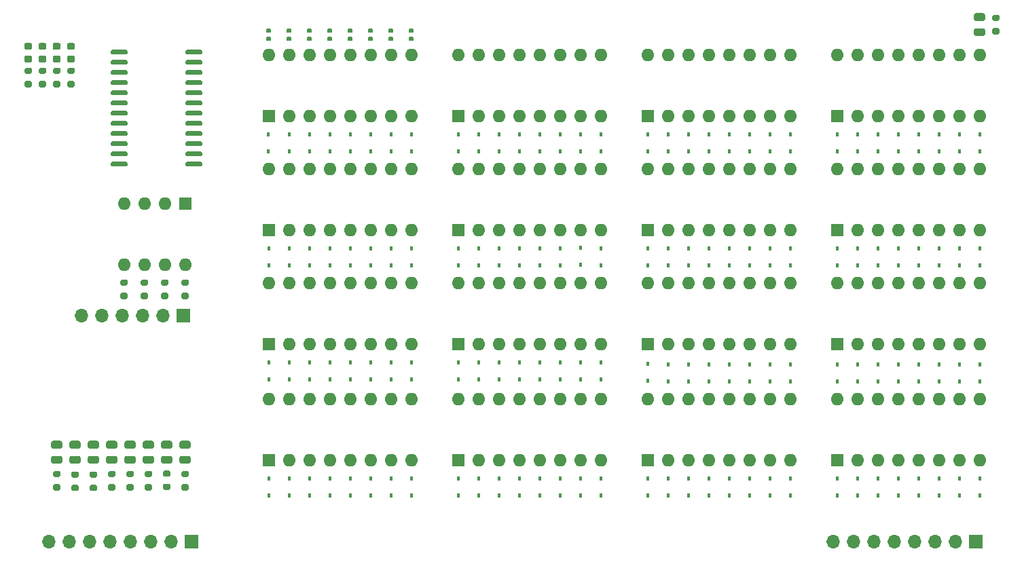
<source format=gbr>
%TF.GenerationSoftware,KiCad,Pcbnew,(5.1.10-1-10_14)*%
%TF.CreationDate,2021-09-24T12:04:47-04:00*%
%TF.ProjectId,DIODE-prog-memory,44494f44-452d-4707-926f-672d6d656d6f,rev?*%
%TF.SameCoordinates,Original*%
%TF.FileFunction,Soldermask,Top*%
%TF.FilePolarity,Negative*%
%FSLAX46Y46*%
G04 Gerber Fmt 4.6, Leading zero omitted, Abs format (unit mm)*
G04 Created by KiCad (PCBNEW (5.1.10-1-10_14)) date 2021-09-24 12:04:47*
%MOMM*%
%LPD*%
G01*
G04 APERTURE LIST*
%ADD10O,1.700000X1.700000*%
%ADD11R,1.700000X1.700000*%
%ADD12O,1.600000X1.600000*%
%ADD13R,1.600000X1.600000*%
%ADD14R,0.450000X0.600000*%
G04 APERTURE END LIST*
%TO.C,U31*%
G36*
G01*
X180319000Y-96691000D02*
X180869000Y-96691000D01*
G75*
G02*
X181069000Y-96891000I0J-200000D01*
G01*
X181069000Y-97291000D01*
G75*
G02*
X180869000Y-97491000I-200000J0D01*
G01*
X180319000Y-97491000D01*
G75*
G02*
X180119000Y-97291000I0J200000D01*
G01*
X180119000Y-96891000D01*
G75*
G02*
X180319000Y-96691000I200000J0D01*
G01*
G37*
G36*
G01*
X180319000Y-95041000D02*
X180869000Y-95041000D01*
G75*
G02*
X181069000Y-95241000I0J-200000D01*
G01*
X181069000Y-95641000D01*
G75*
G02*
X180869000Y-95841000I-200000J0D01*
G01*
X180319000Y-95841000D01*
G75*
G02*
X180119000Y-95641000I0J200000D01*
G01*
X180119000Y-95241000D01*
G75*
G02*
X180319000Y-95041000I200000J0D01*
G01*
G37*
%TD*%
%TO.C,U30*%
G36*
G01*
X179018250Y-95816000D02*
X178105750Y-95816000D01*
G75*
G02*
X177862000Y-95572250I0J243750D01*
G01*
X177862000Y-95084750D01*
G75*
G02*
X178105750Y-94841000I243750J0D01*
G01*
X179018250Y-94841000D01*
G75*
G02*
X179262000Y-95084750I0J-243750D01*
G01*
X179262000Y-95572250D01*
G75*
G02*
X179018250Y-95816000I-243750J0D01*
G01*
G37*
G36*
G01*
X179018250Y-97691000D02*
X178105750Y-97691000D01*
G75*
G02*
X177862000Y-97447250I0J243750D01*
G01*
X177862000Y-96959750D01*
G75*
G02*
X178105750Y-96716000I243750J0D01*
G01*
X179018250Y-96716000D01*
G75*
G02*
X179262000Y-96959750I0J-243750D01*
G01*
X179262000Y-97447250D01*
G75*
G02*
X179018250Y-97691000I-243750J0D01*
G01*
G37*
%TD*%
%TO.C,U29*%
G36*
G01*
X65534250Y-99418000D02*
X65021750Y-99418000D01*
G75*
G02*
X64803000Y-99199250I0J218750D01*
G01*
X64803000Y-98761750D01*
G75*
G02*
X65021750Y-98543000I218750J0D01*
G01*
X65534250Y-98543000D01*
G75*
G02*
X65753000Y-98761750I0J-218750D01*
G01*
X65753000Y-99199250D01*
G75*
G02*
X65534250Y-99418000I-218750J0D01*
G01*
G37*
G36*
G01*
X65534250Y-100993000D02*
X65021750Y-100993000D01*
G75*
G02*
X64803000Y-100774250I0J218750D01*
G01*
X64803000Y-100336750D01*
G75*
G02*
X65021750Y-100118000I218750J0D01*
G01*
X65534250Y-100118000D01*
G75*
G02*
X65753000Y-100336750I0J-218750D01*
G01*
X65753000Y-100774250D01*
G75*
G02*
X65534250Y-100993000I-218750J0D01*
G01*
G37*
%TD*%
%TO.C,U28*%
G36*
G01*
X63746250Y-99418000D02*
X63233750Y-99418000D01*
G75*
G02*
X63015000Y-99199250I0J218750D01*
G01*
X63015000Y-98761750D01*
G75*
G02*
X63233750Y-98543000I218750J0D01*
G01*
X63746250Y-98543000D01*
G75*
G02*
X63965000Y-98761750I0J-218750D01*
G01*
X63965000Y-99199250D01*
G75*
G02*
X63746250Y-99418000I-218750J0D01*
G01*
G37*
G36*
G01*
X63746250Y-100993000D02*
X63233750Y-100993000D01*
G75*
G02*
X63015000Y-100774250I0J218750D01*
G01*
X63015000Y-100336750D01*
G75*
G02*
X63233750Y-100118000I218750J0D01*
G01*
X63746250Y-100118000D01*
G75*
G02*
X63965000Y-100336750I0J-218750D01*
G01*
X63965000Y-100774250D01*
G75*
G02*
X63746250Y-100993000I-218750J0D01*
G01*
G37*
%TD*%
%TO.C,U27*%
G36*
G01*
X61978250Y-99418000D02*
X61465750Y-99418000D01*
G75*
G02*
X61247000Y-99199250I0J218750D01*
G01*
X61247000Y-98761750D01*
G75*
G02*
X61465750Y-98543000I218750J0D01*
G01*
X61978250Y-98543000D01*
G75*
G02*
X62197000Y-98761750I0J-218750D01*
G01*
X62197000Y-99199250D01*
G75*
G02*
X61978250Y-99418000I-218750J0D01*
G01*
G37*
G36*
G01*
X61978250Y-100993000D02*
X61465750Y-100993000D01*
G75*
G02*
X61247000Y-100774250I0J218750D01*
G01*
X61247000Y-100336750D01*
G75*
G02*
X61465750Y-100118000I218750J0D01*
G01*
X61978250Y-100118000D01*
G75*
G02*
X62197000Y-100336750I0J-218750D01*
G01*
X62197000Y-100774250D01*
G75*
G02*
X61978250Y-100993000I-218750J0D01*
G01*
G37*
%TD*%
%TO.C,U26*%
G36*
G01*
X60200250Y-99418000D02*
X59687750Y-99418000D01*
G75*
G02*
X59469000Y-99199250I0J218750D01*
G01*
X59469000Y-98761750D01*
G75*
G02*
X59687750Y-98543000I218750J0D01*
G01*
X60200250Y-98543000D01*
G75*
G02*
X60419000Y-98761750I0J-218750D01*
G01*
X60419000Y-99199250D01*
G75*
G02*
X60200250Y-99418000I-218750J0D01*
G01*
G37*
G36*
G01*
X60200250Y-100993000D02*
X59687750Y-100993000D01*
G75*
G02*
X59469000Y-100774250I0J218750D01*
G01*
X59469000Y-100336750D01*
G75*
G02*
X59687750Y-100118000I218750J0D01*
G01*
X60200250Y-100118000D01*
G75*
G02*
X60419000Y-100336750I0J-218750D01*
G01*
X60419000Y-100774250D01*
G75*
G02*
X60200250Y-100993000I-218750J0D01*
G01*
G37*
%TD*%
%TO.C,U25*%
G36*
G01*
X65003000Y-103295000D02*
X65553000Y-103295000D01*
G75*
G02*
X65753000Y-103495000I0J-200000D01*
G01*
X65753000Y-103895000D01*
G75*
G02*
X65553000Y-104095000I-200000J0D01*
G01*
X65003000Y-104095000D01*
G75*
G02*
X64803000Y-103895000I0J200000D01*
G01*
X64803000Y-103495000D01*
G75*
G02*
X65003000Y-103295000I200000J0D01*
G01*
G37*
G36*
G01*
X65003000Y-101645000D02*
X65553000Y-101645000D01*
G75*
G02*
X65753000Y-101845000I0J-200000D01*
G01*
X65753000Y-102245000D01*
G75*
G02*
X65553000Y-102445000I-200000J0D01*
G01*
X65003000Y-102445000D01*
G75*
G02*
X64803000Y-102245000I0J200000D01*
G01*
X64803000Y-101845000D01*
G75*
G02*
X65003000Y-101645000I200000J0D01*
G01*
G37*
%TD*%
%TO.C,U24*%
G36*
G01*
X63225000Y-103295000D02*
X63775000Y-103295000D01*
G75*
G02*
X63975000Y-103495000I0J-200000D01*
G01*
X63975000Y-103895000D01*
G75*
G02*
X63775000Y-104095000I-200000J0D01*
G01*
X63225000Y-104095000D01*
G75*
G02*
X63025000Y-103895000I0J200000D01*
G01*
X63025000Y-103495000D01*
G75*
G02*
X63225000Y-103295000I200000J0D01*
G01*
G37*
G36*
G01*
X63225000Y-101645000D02*
X63775000Y-101645000D01*
G75*
G02*
X63975000Y-101845000I0J-200000D01*
G01*
X63975000Y-102245000D01*
G75*
G02*
X63775000Y-102445000I-200000J0D01*
G01*
X63225000Y-102445000D01*
G75*
G02*
X63025000Y-102245000I0J200000D01*
G01*
X63025000Y-101845000D01*
G75*
G02*
X63225000Y-101645000I200000J0D01*
G01*
G37*
%TD*%
%TO.C,U23*%
G36*
G01*
X61447000Y-103295000D02*
X61997000Y-103295000D01*
G75*
G02*
X62197000Y-103495000I0J-200000D01*
G01*
X62197000Y-103895000D01*
G75*
G02*
X61997000Y-104095000I-200000J0D01*
G01*
X61447000Y-104095000D01*
G75*
G02*
X61247000Y-103895000I0J200000D01*
G01*
X61247000Y-103495000D01*
G75*
G02*
X61447000Y-103295000I200000J0D01*
G01*
G37*
G36*
G01*
X61447000Y-101645000D02*
X61997000Y-101645000D01*
G75*
G02*
X62197000Y-101845000I0J-200000D01*
G01*
X62197000Y-102245000D01*
G75*
G02*
X61997000Y-102445000I-200000J0D01*
G01*
X61447000Y-102445000D01*
G75*
G02*
X61247000Y-102245000I0J200000D01*
G01*
X61247000Y-101845000D01*
G75*
G02*
X61447000Y-101645000I200000J0D01*
G01*
G37*
%TD*%
%TO.C,U22*%
G36*
G01*
X59669000Y-103295000D02*
X60219000Y-103295000D01*
G75*
G02*
X60419000Y-103495000I0J-200000D01*
G01*
X60419000Y-103895000D01*
G75*
G02*
X60219000Y-104095000I-200000J0D01*
G01*
X59669000Y-104095000D01*
G75*
G02*
X59469000Y-103895000I0J200000D01*
G01*
X59469000Y-103495000D01*
G75*
G02*
X59669000Y-103295000I200000J0D01*
G01*
G37*
G36*
G01*
X59669000Y-101645000D02*
X60219000Y-101645000D01*
G75*
G02*
X60419000Y-101845000I0J-200000D01*
G01*
X60419000Y-102245000D01*
G75*
G02*
X60219000Y-102445000I-200000J0D01*
G01*
X59669000Y-102445000D01*
G75*
G02*
X59469000Y-102245000I0J200000D01*
G01*
X59469000Y-101845000D01*
G75*
G02*
X59669000Y-101645000I200000J0D01*
G01*
G37*
%TD*%
%TO.C,R1*%
G36*
G01*
X89731000Y-97776000D02*
X90101000Y-97776000D01*
G75*
G02*
X90236000Y-97911000I0J-135000D01*
G01*
X90236000Y-98181000D01*
G75*
G02*
X90101000Y-98316000I-135000J0D01*
G01*
X89731000Y-98316000D01*
G75*
G02*
X89596000Y-98181000I0J135000D01*
G01*
X89596000Y-97911000D01*
G75*
G02*
X89731000Y-97776000I135000J0D01*
G01*
G37*
G36*
G01*
X89731000Y-96756000D02*
X90101000Y-96756000D01*
G75*
G02*
X90236000Y-96891000I0J-135000D01*
G01*
X90236000Y-97161000D01*
G75*
G02*
X90101000Y-97296000I-135000J0D01*
G01*
X89731000Y-97296000D01*
G75*
G02*
X89596000Y-97161000I0J135000D01*
G01*
X89596000Y-96891000D01*
G75*
G02*
X89731000Y-96756000I135000J0D01*
G01*
G37*
%TD*%
%TO.C,R8*%
G36*
G01*
X107511000Y-97776000D02*
X107881000Y-97776000D01*
G75*
G02*
X108016000Y-97911000I0J-135000D01*
G01*
X108016000Y-98181000D01*
G75*
G02*
X107881000Y-98316000I-135000J0D01*
G01*
X107511000Y-98316000D01*
G75*
G02*
X107376000Y-98181000I0J135000D01*
G01*
X107376000Y-97911000D01*
G75*
G02*
X107511000Y-97776000I135000J0D01*
G01*
G37*
G36*
G01*
X107511000Y-96756000D02*
X107881000Y-96756000D01*
G75*
G02*
X108016000Y-96891000I0J-135000D01*
G01*
X108016000Y-97161000D01*
G75*
G02*
X107881000Y-97296000I-135000J0D01*
G01*
X107511000Y-97296000D01*
G75*
G02*
X107376000Y-97161000I0J135000D01*
G01*
X107376000Y-96891000D01*
G75*
G02*
X107511000Y-96756000I135000J0D01*
G01*
G37*
%TD*%
%TO.C,R7*%
G36*
G01*
X104971000Y-97776000D02*
X105341000Y-97776000D01*
G75*
G02*
X105476000Y-97911000I0J-135000D01*
G01*
X105476000Y-98181000D01*
G75*
G02*
X105341000Y-98316000I-135000J0D01*
G01*
X104971000Y-98316000D01*
G75*
G02*
X104836000Y-98181000I0J135000D01*
G01*
X104836000Y-97911000D01*
G75*
G02*
X104971000Y-97776000I135000J0D01*
G01*
G37*
G36*
G01*
X104971000Y-96756000D02*
X105341000Y-96756000D01*
G75*
G02*
X105476000Y-96891000I0J-135000D01*
G01*
X105476000Y-97161000D01*
G75*
G02*
X105341000Y-97296000I-135000J0D01*
G01*
X104971000Y-97296000D01*
G75*
G02*
X104836000Y-97161000I0J135000D01*
G01*
X104836000Y-96891000D01*
G75*
G02*
X104971000Y-96756000I135000J0D01*
G01*
G37*
%TD*%
%TO.C,R6*%
G36*
G01*
X102431000Y-97776000D02*
X102801000Y-97776000D01*
G75*
G02*
X102936000Y-97911000I0J-135000D01*
G01*
X102936000Y-98181000D01*
G75*
G02*
X102801000Y-98316000I-135000J0D01*
G01*
X102431000Y-98316000D01*
G75*
G02*
X102296000Y-98181000I0J135000D01*
G01*
X102296000Y-97911000D01*
G75*
G02*
X102431000Y-97776000I135000J0D01*
G01*
G37*
G36*
G01*
X102431000Y-96756000D02*
X102801000Y-96756000D01*
G75*
G02*
X102936000Y-96891000I0J-135000D01*
G01*
X102936000Y-97161000D01*
G75*
G02*
X102801000Y-97296000I-135000J0D01*
G01*
X102431000Y-97296000D01*
G75*
G02*
X102296000Y-97161000I0J135000D01*
G01*
X102296000Y-96891000D01*
G75*
G02*
X102431000Y-96756000I135000J0D01*
G01*
G37*
%TD*%
%TO.C,R5*%
G36*
G01*
X99891000Y-97776000D02*
X100261000Y-97776000D01*
G75*
G02*
X100396000Y-97911000I0J-135000D01*
G01*
X100396000Y-98181000D01*
G75*
G02*
X100261000Y-98316000I-135000J0D01*
G01*
X99891000Y-98316000D01*
G75*
G02*
X99756000Y-98181000I0J135000D01*
G01*
X99756000Y-97911000D01*
G75*
G02*
X99891000Y-97776000I135000J0D01*
G01*
G37*
G36*
G01*
X99891000Y-96756000D02*
X100261000Y-96756000D01*
G75*
G02*
X100396000Y-96891000I0J-135000D01*
G01*
X100396000Y-97161000D01*
G75*
G02*
X100261000Y-97296000I-135000J0D01*
G01*
X99891000Y-97296000D01*
G75*
G02*
X99756000Y-97161000I0J135000D01*
G01*
X99756000Y-96891000D01*
G75*
G02*
X99891000Y-96756000I135000J0D01*
G01*
G37*
%TD*%
%TO.C,R4*%
G36*
G01*
X97351000Y-97778000D02*
X97721000Y-97778000D01*
G75*
G02*
X97856000Y-97913000I0J-135000D01*
G01*
X97856000Y-98183000D01*
G75*
G02*
X97721000Y-98318000I-135000J0D01*
G01*
X97351000Y-98318000D01*
G75*
G02*
X97216000Y-98183000I0J135000D01*
G01*
X97216000Y-97913000D01*
G75*
G02*
X97351000Y-97778000I135000J0D01*
G01*
G37*
G36*
G01*
X97351000Y-96758000D02*
X97721000Y-96758000D01*
G75*
G02*
X97856000Y-96893000I0J-135000D01*
G01*
X97856000Y-97163000D01*
G75*
G02*
X97721000Y-97298000I-135000J0D01*
G01*
X97351000Y-97298000D01*
G75*
G02*
X97216000Y-97163000I0J135000D01*
G01*
X97216000Y-96893000D01*
G75*
G02*
X97351000Y-96758000I135000J0D01*
G01*
G37*
%TD*%
%TO.C,R3*%
G36*
G01*
X94811000Y-97774000D02*
X95181000Y-97774000D01*
G75*
G02*
X95316000Y-97909000I0J-135000D01*
G01*
X95316000Y-98179000D01*
G75*
G02*
X95181000Y-98314000I-135000J0D01*
G01*
X94811000Y-98314000D01*
G75*
G02*
X94676000Y-98179000I0J135000D01*
G01*
X94676000Y-97909000D01*
G75*
G02*
X94811000Y-97774000I135000J0D01*
G01*
G37*
G36*
G01*
X94811000Y-96754000D02*
X95181000Y-96754000D01*
G75*
G02*
X95316000Y-96889000I0J-135000D01*
G01*
X95316000Y-97159000D01*
G75*
G02*
X95181000Y-97294000I-135000J0D01*
G01*
X94811000Y-97294000D01*
G75*
G02*
X94676000Y-97159000I0J135000D01*
G01*
X94676000Y-96889000D01*
G75*
G02*
X94811000Y-96754000I135000J0D01*
G01*
G37*
%TD*%
%TO.C,R2*%
G36*
G01*
X92271000Y-97774000D02*
X92641000Y-97774000D01*
G75*
G02*
X92776000Y-97909000I0J-135000D01*
G01*
X92776000Y-98179000D01*
G75*
G02*
X92641000Y-98314000I-135000J0D01*
G01*
X92271000Y-98314000D01*
G75*
G02*
X92136000Y-98179000I0J135000D01*
G01*
X92136000Y-97909000D01*
G75*
G02*
X92271000Y-97774000I135000J0D01*
G01*
G37*
G36*
G01*
X92271000Y-96754000D02*
X92641000Y-96754000D01*
G75*
G02*
X92776000Y-96889000I0J-135000D01*
G01*
X92776000Y-97159000D01*
G75*
G02*
X92641000Y-97294000I-135000J0D01*
G01*
X92271000Y-97294000D01*
G75*
G02*
X92136000Y-97159000I0J135000D01*
G01*
X92136000Y-96889000D01*
G75*
G02*
X92271000Y-96754000I135000J0D01*
G01*
G37*
%TD*%
%TO.C,U21*%
G36*
G01*
X63225000Y-153587000D02*
X63775000Y-153587000D01*
G75*
G02*
X63975000Y-153787000I0J-200000D01*
G01*
X63975000Y-154187000D01*
G75*
G02*
X63775000Y-154387000I-200000J0D01*
G01*
X63225000Y-154387000D01*
G75*
G02*
X63025000Y-154187000I0J200000D01*
G01*
X63025000Y-153787000D01*
G75*
G02*
X63225000Y-153587000I200000J0D01*
G01*
G37*
G36*
G01*
X63225000Y-151937000D02*
X63775000Y-151937000D01*
G75*
G02*
X63975000Y-152137000I0J-200000D01*
G01*
X63975000Y-152537000D01*
G75*
G02*
X63775000Y-152737000I-200000J0D01*
G01*
X63225000Y-152737000D01*
G75*
G02*
X63025000Y-152537000I0J200000D01*
G01*
X63025000Y-152137000D01*
G75*
G02*
X63225000Y-151937000I200000J0D01*
G01*
G37*
%TD*%
%TO.C,U20*%
G36*
G01*
X63956250Y-149156000D02*
X63043750Y-149156000D01*
G75*
G02*
X62800000Y-148912250I0J243750D01*
G01*
X62800000Y-148424750D01*
G75*
G02*
X63043750Y-148181000I243750J0D01*
G01*
X63956250Y-148181000D01*
G75*
G02*
X64200000Y-148424750I0J-243750D01*
G01*
X64200000Y-148912250D01*
G75*
G02*
X63956250Y-149156000I-243750J0D01*
G01*
G37*
G36*
G01*
X63956250Y-151031000D02*
X63043750Y-151031000D01*
G75*
G02*
X62800000Y-150787250I0J243750D01*
G01*
X62800000Y-150299750D01*
G75*
G02*
X63043750Y-150056000I243750J0D01*
G01*
X63956250Y-150056000D01*
G75*
G02*
X64200000Y-150299750I0J-243750D01*
G01*
X64200000Y-150787250D01*
G75*
G02*
X63956250Y-151031000I-243750J0D01*
G01*
G37*
%TD*%
%TO.C,U19*%
G36*
G01*
X65511000Y-153650000D02*
X66061000Y-153650000D01*
G75*
G02*
X66261000Y-153850000I0J-200000D01*
G01*
X66261000Y-154250000D01*
G75*
G02*
X66061000Y-154450000I-200000J0D01*
G01*
X65511000Y-154450000D01*
G75*
G02*
X65311000Y-154250000I0J200000D01*
G01*
X65311000Y-153850000D01*
G75*
G02*
X65511000Y-153650000I200000J0D01*
G01*
G37*
G36*
G01*
X65511000Y-152000000D02*
X66061000Y-152000000D01*
G75*
G02*
X66261000Y-152200000I0J-200000D01*
G01*
X66261000Y-152600000D01*
G75*
G02*
X66061000Y-152800000I-200000J0D01*
G01*
X65511000Y-152800000D01*
G75*
G02*
X65311000Y-152600000I0J200000D01*
G01*
X65311000Y-152200000D01*
G75*
G02*
X65511000Y-152000000I200000J0D01*
G01*
G37*
%TD*%
%TO.C,U18*%
G36*
G01*
X66242250Y-149156000D02*
X65329750Y-149156000D01*
G75*
G02*
X65086000Y-148912250I0J243750D01*
G01*
X65086000Y-148424750D01*
G75*
G02*
X65329750Y-148181000I243750J0D01*
G01*
X66242250Y-148181000D01*
G75*
G02*
X66486000Y-148424750I0J-243750D01*
G01*
X66486000Y-148912250D01*
G75*
G02*
X66242250Y-149156000I-243750J0D01*
G01*
G37*
G36*
G01*
X66242250Y-151031000D02*
X65329750Y-151031000D01*
G75*
G02*
X65086000Y-150787250I0J243750D01*
G01*
X65086000Y-150299750D01*
G75*
G02*
X65329750Y-150056000I243750J0D01*
G01*
X66242250Y-150056000D01*
G75*
G02*
X66486000Y-150299750I0J-243750D01*
G01*
X66486000Y-150787250D01*
G75*
G02*
X66242250Y-151031000I-243750J0D01*
G01*
G37*
%TD*%
%TO.C,U17*%
G36*
G01*
X67797000Y-153650000D02*
X68347000Y-153650000D01*
G75*
G02*
X68547000Y-153850000I0J-200000D01*
G01*
X68547000Y-154250000D01*
G75*
G02*
X68347000Y-154450000I-200000J0D01*
G01*
X67797000Y-154450000D01*
G75*
G02*
X67597000Y-154250000I0J200000D01*
G01*
X67597000Y-153850000D01*
G75*
G02*
X67797000Y-153650000I200000J0D01*
G01*
G37*
G36*
G01*
X67797000Y-152000000D02*
X68347000Y-152000000D01*
G75*
G02*
X68547000Y-152200000I0J-200000D01*
G01*
X68547000Y-152600000D01*
G75*
G02*
X68347000Y-152800000I-200000J0D01*
G01*
X67797000Y-152800000D01*
G75*
G02*
X67597000Y-152600000I0J200000D01*
G01*
X67597000Y-152200000D01*
G75*
G02*
X67797000Y-152000000I200000J0D01*
G01*
G37*
%TD*%
%TO.C,U16*%
G36*
G01*
X68528250Y-149156000D02*
X67615750Y-149156000D01*
G75*
G02*
X67372000Y-148912250I0J243750D01*
G01*
X67372000Y-148424750D01*
G75*
G02*
X67615750Y-148181000I243750J0D01*
G01*
X68528250Y-148181000D01*
G75*
G02*
X68772000Y-148424750I0J-243750D01*
G01*
X68772000Y-148912250D01*
G75*
G02*
X68528250Y-149156000I-243750J0D01*
G01*
G37*
G36*
G01*
X68528250Y-151031000D02*
X67615750Y-151031000D01*
G75*
G02*
X67372000Y-150787250I0J243750D01*
G01*
X67372000Y-150299750D01*
G75*
G02*
X67615750Y-150056000I243750J0D01*
G01*
X68528250Y-150056000D01*
G75*
G02*
X68772000Y-150299750I0J-243750D01*
G01*
X68772000Y-150787250D01*
G75*
G02*
X68528250Y-151031000I-243750J0D01*
G01*
G37*
%TD*%
%TO.C,U15*%
G36*
G01*
X70083000Y-153587000D02*
X70633000Y-153587000D01*
G75*
G02*
X70833000Y-153787000I0J-200000D01*
G01*
X70833000Y-154187000D01*
G75*
G02*
X70633000Y-154387000I-200000J0D01*
G01*
X70083000Y-154387000D01*
G75*
G02*
X69883000Y-154187000I0J200000D01*
G01*
X69883000Y-153787000D01*
G75*
G02*
X70083000Y-153587000I200000J0D01*
G01*
G37*
G36*
G01*
X70083000Y-151937000D02*
X70633000Y-151937000D01*
G75*
G02*
X70833000Y-152137000I0J-200000D01*
G01*
X70833000Y-152537000D01*
G75*
G02*
X70633000Y-152737000I-200000J0D01*
G01*
X70083000Y-152737000D01*
G75*
G02*
X69883000Y-152537000I0J200000D01*
G01*
X69883000Y-152137000D01*
G75*
G02*
X70083000Y-151937000I200000J0D01*
G01*
G37*
%TD*%
%TO.C,U14*%
G36*
G01*
X70814250Y-149156000D02*
X69901750Y-149156000D01*
G75*
G02*
X69658000Y-148912250I0J243750D01*
G01*
X69658000Y-148424750D01*
G75*
G02*
X69901750Y-148181000I243750J0D01*
G01*
X70814250Y-148181000D01*
G75*
G02*
X71058000Y-148424750I0J-243750D01*
G01*
X71058000Y-148912250D01*
G75*
G02*
X70814250Y-149156000I-243750J0D01*
G01*
G37*
G36*
G01*
X70814250Y-151031000D02*
X69901750Y-151031000D01*
G75*
G02*
X69658000Y-150787250I0J243750D01*
G01*
X69658000Y-150299750D01*
G75*
G02*
X69901750Y-150056000I243750J0D01*
G01*
X70814250Y-150056000D01*
G75*
G02*
X71058000Y-150299750I0J-243750D01*
G01*
X71058000Y-150787250D01*
G75*
G02*
X70814250Y-151031000I-243750J0D01*
G01*
G37*
%TD*%
%TO.C,U13*%
G36*
G01*
X72369000Y-153587000D02*
X72919000Y-153587000D01*
G75*
G02*
X73119000Y-153787000I0J-200000D01*
G01*
X73119000Y-154187000D01*
G75*
G02*
X72919000Y-154387000I-200000J0D01*
G01*
X72369000Y-154387000D01*
G75*
G02*
X72169000Y-154187000I0J200000D01*
G01*
X72169000Y-153787000D01*
G75*
G02*
X72369000Y-153587000I200000J0D01*
G01*
G37*
G36*
G01*
X72369000Y-151937000D02*
X72919000Y-151937000D01*
G75*
G02*
X73119000Y-152137000I0J-200000D01*
G01*
X73119000Y-152537000D01*
G75*
G02*
X72919000Y-152737000I-200000J0D01*
G01*
X72369000Y-152737000D01*
G75*
G02*
X72169000Y-152537000I0J200000D01*
G01*
X72169000Y-152137000D01*
G75*
G02*
X72369000Y-151937000I200000J0D01*
G01*
G37*
%TD*%
%TO.C,U12*%
G36*
G01*
X73100250Y-149156000D02*
X72187750Y-149156000D01*
G75*
G02*
X71944000Y-148912250I0J243750D01*
G01*
X71944000Y-148424750D01*
G75*
G02*
X72187750Y-148181000I243750J0D01*
G01*
X73100250Y-148181000D01*
G75*
G02*
X73344000Y-148424750I0J-243750D01*
G01*
X73344000Y-148912250D01*
G75*
G02*
X73100250Y-149156000I-243750J0D01*
G01*
G37*
G36*
G01*
X73100250Y-151031000D02*
X72187750Y-151031000D01*
G75*
G02*
X71944000Y-150787250I0J243750D01*
G01*
X71944000Y-150299750D01*
G75*
G02*
X72187750Y-150056000I243750J0D01*
G01*
X73100250Y-150056000D01*
G75*
G02*
X73344000Y-150299750I0J-243750D01*
G01*
X73344000Y-150787250D01*
G75*
G02*
X73100250Y-151031000I-243750J0D01*
G01*
G37*
%TD*%
%TO.C,U11*%
G36*
G01*
X74655000Y-153587000D02*
X75205000Y-153587000D01*
G75*
G02*
X75405000Y-153787000I0J-200000D01*
G01*
X75405000Y-154187000D01*
G75*
G02*
X75205000Y-154387000I-200000J0D01*
G01*
X74655000Y-154387000D01*
G75*
G02*
X74455000Y-154187000I0J200000D01*
G01*
X74455000Y-153787000D01*
G75*
G02*
X74655000Y-153587000I200000J0D01*
G01*
G37*
G36*
G01*
X74655000Y-151937000D02*
X75205000Y-151937000D01*
G75*
G02*
X75405000Y-152137000I0J-200000D01*
G01*
X75405000Y-152537000D01*
G75*
G02*
X75205000Y-152737000I-200000J0D01*
G01*
X74655000Y-152737000D01*
G75*
G02*
X74455000Y-152537000I0J200000D01*
G01*
X74455000Y-152137000D01*
G75*
G02*
X74655000Y-151937000I200000J0D01*
G01*
G37*
%TD*%
%TO.C,U10*%
G36*
G01*
X75386250Y-149156000D02*
X74473750Y-149156000D01*
G75*
G02*
X74230000Y-148912250I0J243750D01*
G01*
X74230000Y-148424750D01*
G75*
G02*
X74473750Y-148181000I243750J0D01*
G01*
X75386250Y-148181000D01*
G75*
G02*
X75630000Y-148424750I0J-243750D01*
G01*
X75630000Y-148912250D01*
G75*
G02*
X75386250Y-149156000I-243750J0D01*
G01*
G37*
G36*
G01*
X75386250Y-151031000D02*
X74473750Y-151031000D01*
G75*
G02*
X74230000Y-150787250I0J243750D01*
G01*
X74230000Y-150299750D01*
G75*
G02*
X74473750Y-150056000I243750J0D01*
G01*
X75386250Y-150056000D01*
G75*
G02*
X75630000Y-150299750I0J-243750D01*
G01*
X75630000Y-150787250D01*
G75*
G02*
X75386250Y-151031000I-243750J0D01*
G01*
G37*
%TD*%
%TO.C,U9*%
G36*
G01*
X76941000Y-153524000D02*
X77491000Y-153524000D01*
G75*
G02*
X77691000Y-153724000I0J-200000D01*
G01*
X77691000Y-154124000D01*
G75*
G02*
X77491000Y-154324000I-200000J0D01*
G01*
X76941000Y-154324000D01*
G75*
G02*
X76741000Y-154124000I0J200000D01*
G01*
X76741000Y-153724000D01*
G75*
G02*
X76941000Y-153524000I200000J0D01*
G01*
G37*
G36*
G01*
X76941000Y-151874000D02*
X77491000Y-151874000D01*
G75*
G02*
X77691000Y-152074000I0J-200000D01*
G01*
X77691000Y-152474000D01*
G75*
G02*
X77491000Y-152674000I-200000J0D01*
G01*
X76941000Y-152674000D01*
G75*
G02*
X76741000Y-152474000I0J200000D01*
G01*
X76741000Y-152074000D01*
G75*
G02*
X76941000Y-151874000I200000J0D01*
G01*
G37*
%TD*%
%TO.C,U8*%
G36*
G01*
X77672250Y-149156000D02*
X76759750Y-149156000D01*
G75*
G02*
X76516000Y-148912250I0J243750D01*
G01*
X76516000Y-148424750D01*
G75*
G02*
X76759750Y-148181000I243750J0D01*
G01*
X77672250Y-148181000D01*
G75*
G02*
X77916000Y-148424750I0J-243750D01*
G01*
X77916000Y-148912250D01*
G75*
G02*
X77672250Y-149156000I-243750J0D01*
G01*
G37*
G36*
G01*
X77672250Y-151031000D02*
X76759750Y-151031000D01*
G75*
G02*
X76516000Y-150787250I0J243750D01*
G01*
X76516000Y-150299750D01*
G75*
G02*
X76759750Y-150056000I243750J0D01*
G01*
X77672250Y-150056000D01*
G75*
G02*
X77916000Y-150299750I0J-243750D01*
G01*
X77916000Y-150787250D01*
G75*
G02*
X77672250Y-151031000I-243750J0D01*
G01*
G37*
%TD*%
%TO.C,U7*%
G36*
G01*
X79227000Y-153587000D02*
X79777000Y-153587000D01*
G75*
G02*
X79977000Y-153787000I0J-200000D01*
G01*
X79977000Y-154187000D01*
G75*
G02*
X79777000Y-154387000I-200000J0D01*
G01*
X79227000Y-154387000D01*
G75*
G02*
X79027000Y-154187000I0J200000D01*
G01*
X79027000Y-153787000D01*
G75*
G02*
X79227000Y-153587000I200000J0D01*
G01*
G37*
G36*
G01*
X79227000Y-151937000D02*
X79777000Y-151937000D01*
G75*
G02*
X79977000Y-152137000I0J-200000D01*
G01*
X79977000Y-152537000D01*
G75*
G02*
X79777000Y-152737000I-200000J0D01*
G01*
X79227000Y-152737000D01*
G75*
G02*
X79027000Y-152537000I0J200000D01*
G01*
X79027000Y-152137000D01*
G75*
G02*
X79227000Y-151937000I200000J0D01*
G01*
G37*
%TD*%
%TO.C,U6*%
G36*
G01*
X79958250Y-149156000D02*
X79045750Y-149156000D01*
G75*
G02*
X78802000Y-148912250I0J243750D01*
G01*
X78802000Y-148424750D01*
G75*
G02*
X79045750Y-148181000I243750J0D01*
G01*
X79958250Y-148181000D01*
G75*
G02*
X80202000Y-148424750I0J-243750D01*
G01*
X80202000Y-148912250D01*
G75*
G02*
X79958250Y-149156000I-243750J0D01*
G01*
G37*
G36*
G01*
X79958250Y-151031000D02*
X79045750Y-151031000D01*
G75*
G02*
X78802000Y-150787250I0J243750D01*
G01*
X78802000Y-150299750D01*
G75*
G02*
X79045750Y-150056000I243750J0D01*
G01*
X79958250Y-150056000D01*
G75*
G02*
X80202000Y-150299750I0J-243750D01*
G01*
X80202000Y-150787250D01*
G75*
G02*
X79958250Y-151031000I-243750J0D01*
G01*
G37*
%TD*%
D10*
%TO.C,J3*%
X66548000Y-132588000D03*
X69088000Y-132588000D03*
X71628000Y-132588000D03*
X74168000Y-132588000D03*
X76708000Y-132588000D03*
D11*
X79248000Y-132588000D03*
%TD*%
D10*
%TO.C,J2*%
X160274000Y-160782000D03*
X162814000Y-160782000D03*
X165354000Y-160782000D03*
X167894000Y-160782000D03*
X170434000Y-160782000D03*
X172974000Y-160782000D03*
X175514000Y-160782000D03*
D11*
X178054000Y-160782000D03*
%TD*%
D10*
%TO.C,J1*%
X62484000Y-160782000D03*
X65024000Y-160782000D03*
X67564000Y-160782000D03*
X70104000Y-160782000D03*
X72644000Y-160782000D03*
X75184000Y-160782000D03*
X77724000Y-160782000D03*
D11*
X80264000Y-160782000D03*
%TD*%
D12*
%TO.C,SW11*%
X137160000Y-100076000D03*
X154940000Y-107696000D03*
X139700000Y-100076000D03*
X152400000Y-107696000D03*
X142240000Y-100076000D03*
X149860000Y-107696000D03*
X144780000Y-100076000D03*
X147320000Y-107696000D03*
X147320000Y-100076000D03*
X144780000Y-107696000D03*
X149860000Y-100076000D03*
X142240000Y-107696000D03*
X152400000Y-100076000D03*
X139700000Y-107696000D03*
X154940000Y-100076000D03*
D13*
X137160000Y-107696000D03*
%TD*%
D12*
%TO.C,SW17*%
X137160000Y-143002000D03*
X154940000Y-150622000D03*
X139700000Y-143002000D03*
X152400000Y-150622000D03*
X142240000Y-143002000D03*
X149860000Y-150622000D03*
X144780000Y-143002000D03*
X147320000Y-150622000D03*
X147320000Y-143002000D03*
X144780000Y-150622000D03*
X149860000Y-143002000D03*
X142240000Y-150622000D03*
X152400000Y-143002000D03*
X139700000Y-150622000D03*
X154940000Y-143002000D03*
D13*
X137160000Y-150622000D03*
%TD*%
D12*
%TO.C,SW16*%
X137160000Y-128524000D03*
X154940000Y-136144000D03*
X139700000Y-128524000D03*
X152400000Y-136144000D03*
X142240000Y-128524000D03*
X149860000Y-136144000D03*
X144780000Y-128524000D03*
X147320000Y-136144000D03*
X147320000Y-128524000D03*
X144780000Y-136144000D03*
X149860000Y-128524000D03*
X142240000Y-136144000D03*
X152400000Y-128524000D03*
X139700000Y-136144000D03*
X154940000Y-128524000D03*
D13*
X137160000Y-136144000D03*
%TD*%
D12*
%TO.C,SW15*%
X160782000Y-143002000D03*
X178562000Y-150622000D03*
X163322000Y-143002000D03*
X176022000Y-150622000D03*
X165862000Y-143002000D03*
X173482000Y-150622000D03*
X168402000Y-143002000D03*
X170942000Y-150622000D03*
X170942000Y-143002000D03*
X168402000Y-150622000D03*
X173482000Y-143002000D03*
X165862000Y-150622000D03*
X176022000Y-143002000D03*
X163322000Y-150622000D03*
X178562000Y-143002000D03*
D13*
X160782000Y-150622000D03*
%TD*%
D12*
%TO.C,SW14*%
X160782000Y-128524000D03*
X178562000Y-136144000D03*
X163322000Y-128524000D03*
X176022000Y-136144000D03*
X165862000Y-128524000D03*
X173482000Y-136144000D03*
X168402000Y-128524000D03*
X170942000Y-136144000D03*
X170942000Y-128524000D03*
X168402000Y-136144000D03*
X173482000Y-128524000D03*
X165862000Y-136144000D03*
X176022000Y-128524000D03*
X163322000Y-136144000D03*
X178562000Y-128524000D03*
D13*
X160782000Y-136144000D03*
%TD*%
D14*
%TO.C,D128*%
X137160000Y-152874000D03*
X137160000Y-154974000D03*
%TD*%
%TO.C,D127*%
X137160000Y-138616000D03*
X137160000Y-140716000D03*
%TD*%
%TO.C,D126*%
X139700000Y-152874000D03*
X139700000Y-154974000D03*
%TD*%
%TO.C,D125*%
X139700000Y-138650000D03*
X139700000Y-140750000D03*
%TD*%
%TO.C,D124*%
X142240000Y-152874000D03*
X142240000Y-154974000D03*
%TD*%
%TO.C,D123*%
X142240000Y-138650000D03*
X142240000Y-140750000D03*
%TD*%
%TO.C,D122*%
X144780000Y-152874000D03*
X144780000Y-154974000D03*
%TD*%
%TO.C,D121*%
X144780000Y-138650000D03*
X144780000Y-140750000D03*
%TD*%
%TO.C,D120*%
X147320000Y-152874000D03*
X147320000Y-154974000D03*
%TD*%
%TO.C,D119*%
X147320000Y-138650000D03*
X147320000Y-140750000D03*
%TD*%
%TO.C,D118*%
X149860000Y-152874000D03*
X149860000Y-154974000D03*
%TD*%
%TO.C,D117*%
X149860000Y-138650000D03*
X149860000Y-140750000D03*
%TD*%
%TO.C,D116*%
X152400000Y-152874000D03*
X152400000Y-154974000D03*
%TD*%
%TO.C,D115*%
X152400000Y-138650000D03*
X152400000Y-140750000D03*
%TD*%
%TO.C,D114*%
X154940000Y-152874000D03*
X154940000Y-154974000D03*
%TD*%
%TO.C,D113*%
X154940000Y-138650000D03*
X154940000Y-140750000D03*
%TD*%
%TO.C,D112*%
X160782000Y-152874000D03*
X160782000Y-154974000D03*
%TD*%
%TO.C,D111*%
X160782000Y-138650000D03*
X160782000Y-140750000D03*
%TD*%
%TO.C,D110*%
X163322000Y-152874000D03*
X163322000Y-154974000D03*
%TD*%
%TO.C,D109*%
X163322000Y-138650000D03*
X163322000Y-140750000D03*
%TD*%
%TO.C,D108*%
X165862000Y-152874000D03*
X165862000Y-154974000D03*
%TD*%
%TO.C,D107*%
X165862000Y-138650000D03*
X165862000Y-140750000D03*
%TD*%
%TO.C,D106*%
X168402000Y-152874000D03*
X168402000Y-154974000D03*
%TD*%
%TO.C,D105*%
X168402000Y-138650000D03*
X168402000Y-140750000D03*
%TD*%
%TO.C,D104*%
X170942000Y-152874000D03*
X170942000Y-154974000D03*
%TD*%
%TO.C,D103*%
X170942000Y-138650000D03*
X170942000Y-140750000D03*
%TD*%
%TO.C,D102*%
X173482000Y-152874000D03*
X173482000Y-154974000D03*
%TD*%
%TO.C,D101*%
X173482000Y-138650000D03*
X173482000Y-140750000D03*
%TD*%
%TO.C,D100*%
X176022000Y-152874000D03*
X176022000Y-154974000D03*
%TD*%
%TO.C,D99*%
X176022000Y-138650000D03*
X176022000Y-140750000D03*
%TD*%
%TO.C,D98*%
X178562000Y-152874000D03*
X178562000Y-154974000D03*
%TD*%
%TO.C,D97*%
X178562000Y-138650000D03*
X178562000Y-140750000D03*
%TD*%
D12*
%TO.C,SW13*%
X137160000Y-114300000D03*
X154940000Y-121920000D03*
X139700000Y-114300000D03*
X152400000Y-121920000D03*
X142240000Y-114300000D03*
X149860000Y-121920000D03*
X144780000Y-114300000D03*
X147320000Y-121920000D03*
X147320000Y-114300000D03*
X144780000Y-121920000D03*
X149860000Y-114300000D03*
X142240000Y-121920000D03*
X152400000Y-114300000D03*
X139700000Y-121920000D03*
X154940000Y-114300000D03*
D13*
X137160000Y-121920000D03*
%TD*%
D12*
%TO.C,SW12*%
X160782000Y-114300000D03*
X178562000Y-121920000D03*
X163322000Y-114300000D03*
X176022000Y-121920000D03*
X165862000Y-114300000D03*
X173482000Y-121920000D03*
X168402000Y-114300000D03*
X170942000Y-121920000D03*
X170942000Y-114300000D03*
X168402000Y-121920000D03*
X173482000Y-114300000D03*
X165862000Y-121920000D03*
X176022000Y-114300000D03*
X163322000Y-121920000D03*
X178562000Y-114300000D03*
D13*
X160782000Y-121920000D03*
%TD*%
D14*
%TO.C,D96*%
X137160000Y-124172000D03*
X137160000Y-126272000D03*
%TD*%
%TO.C,D95*%
X139700000Y-124172000D03*
X139700000Y-126272000D03*
%TD*%
%TO.C,D94*%
X142240000Y-124172000D03*
X142240000Y-126272000D03*
%TD*%
%TO.C,D93*%
X144780000Y-124172000D03*
X144780000Y-126272000D03*
%TD*%
%TO.C,D92*%
X147320000Y-124172000D03*
X147320000Y-126272000D03*
%TD*%
%TO.C,D91*%
X149860000Y-124172000D03*
X149860000Y-126272000D03*
%TD*%
%TO.C,D90*%
X152400000Y-124172000D03*
X152400000Y-126272000D03*
%TD*%
%TO.C,D89*%
X154940000Y-124172000D03*
X154940000Y-126272000D03*
%TD*%
%TO.C,D88*%
X160782000Y-124172000D03*
X160782000Y-126272000D03*
%TD*%
%TO.C,D87*%
X163322000Y-124172000D03*
X163322000Y-126272000D03*
%TD*%
%TO.C,D86*%
X165862000Y-124172000D03*
X165862000Y-126272000D03*
%TD*%
%TO.C,D85*%
X168402000Y-124172000D03*
X168402000Y-126272000D03*
%TD*%
%TO.C,D84*%
X170942000Y-124172000D03*
X170942000Y-126272000D03*
%TD*%
%TO.C,D83*%
X173482000Y-124172000D03*
X173482000Y-126272000D03*
%TD*%
%TO.C,D82*%
X176022000Y-124172000D03*
X176022000Y-126272000D03*
%TD*%
%TO.C,D81*%
X178562000Y-124172000D03*
X178562000Y-126272000D03*
%TD*%
D12*
%TO.C,SW10*%
X160782000Y-100076000D03*
X178562000Y-107696000D03*
X163322000Y-100076000D03*
X176022000Y-107696000D03*
X165862000Y-100076000D03*
X173482000Y-107696000D03*
X168402000Y-100076000D03*
X170942000Y-107696000D03*
X170942000Y-100076000D03*
X168402000Y-107696000D03*
X173482000Y-100076000D03*
X165862000Y-107696000D03*
X176022000Y-100076000D03*
X163322000Y-107696000D03*
X178562000Y-100076000D03*
D13*
X160782000Y-107696000D03*
%TD*%
D14*
%TO.C,D80*%
X137160000Y-109948000D03*
X137160000Y-112048000D03*
%TD*%
%TO.C,D79*%
X139700000Y-109948000D03*
X139700000Y-112048000D03*
%TD*%
%TO.C,D78*%
X142240000Y-109948000D03*
X142240000Y-112048000D03*
%TD*%
%TO.C,D77*%
X144780000Y-109948000D03*
X144780000Y-112048000D03*
%TD*%
%TO.C,D76*%
X147320000Y-109948000D03*
X147320000Y-112048000D03*
%TD*%
%TO.C,D75*%
X149860000Y-109948000D03*
X149860000Y-112048000D03*
%TD*%
%TO.C,D74*%
X152400000Y-109948000D03*
X152400000Y-112048000D03*
%TD*%
%TO.C,D73*%
X154940000Y-109948000D03*
X154940000Y-112048000D03*
%TD*%
%TO.C,D72*%
X160782000Y-109948000D03*
X160782000Y-112048000D03*
%TD*%
%TO.C,D71*%
X163322000Y-109948000D03*
X163322000Y-112048000D03*
%TD*%
%TO.C,D70*%
X165862000Y-109948000D03*
X165862000Y-112048000D03*
%TD*%
%TO.C,D69*%
X168402000Y-109948000D03*
X168402000Y-112048000D03*
%TD*%
%TO.C,D68*%
X170942000Y-109948000D03*
X170942000Y-112048000D03*
%TD*%
%TO.C,D67*%
X173482000Y-109948000D03*
X173482000Y-112048000D03*
%TD*%
%TO.C,D66*%
X176022000Y-109948000D03*
X176022000Y-112048000D03*
%TD*%
%TO.C,D65*%
X178562000Y-109948000D03*
X178562000Y-112048000D03*
%TD*%
D12*
%TO.C,SW9*%
X89916000Y-143002000D03*
X107696000Y-150622000D03*
X92456000Y-143002000D03*
X105156000Y-150622000D03*
X94996000Y-143002000D03*
X102616000Y-150622000D03*
X97536000Y-143002000D03*
X100076000Y-150622000D03*
X100076000Y-143002000D03*
X97536000Y-150622000D03*
X102616000Y-143002000D03*
X94996000Y-150622000D03*
X105156000Y-143002000D03*
X92456000Y-150622000D03*
X107696000Y-143002000D03*
D13*
X89916000Y-150622000D03*
%TD*%
D12*
%TO.C,SW8*%
X113538000Y-143002000D03*
X131318000Y-150622000D03*
X116078000Y-143002000D03*
X128778000Y-150622000D03*
X118618000Y-143002000D03*
X126238000Y-150622000D03*
X121158000Y-143002000D03*
X123698000Y-150622000D03*
X123698000Y-143002000D03*
X121158000Y-150622000D03*
X126238000Y-143002000D03*
X118618000Y-150622000D03*
X128778000Y-143002000D03*
X116078000Y-150622000D03*
X131318000Y-143002000D03*
D13*
X113538000Y-150622000D03*
%TD*%
D14*
%TO.C,D64*%
X89916000Y-152874000D03*
X89916000Y-154974000D03*
%TD*%
%TO.C,D63*%
X92456000Y-152874000D03*
X92456000Y-154974000D03*
%TD*%
%TO.C,D62*%
X94996000Y-152874000D03*
X94996000Y-154974000D03*
%TD*%
%TO.C,D61*%
X97536000Y-152874000D03*
X97536000Y-154974000D03*
%TD*%
%TO.C,D60*%
X100076000Y-152874000D03*
X100076000Y-154974000D03*
%TD*%
%TO.C,D59*%
X102616000Y-152874000D03*
X102616000Y-154974000D03*
%TD*%
%TO.C,D58*%
X105156000Y-152908000D03*
X105156000Y-155008000D03*
%TD*%
%TO.C,D57*%
X107696000Y-152874000D03*
X107696000Y-154974000D03*
%TD*%
%TO.C,D56*%
X113538000Y-152874000D03*
X113538000Y-154974000D03*
%TD*%
%TO.C,D55*%
X116078000Y-152874000D03*
X116078000Y-154974000D03*
%TD*%
%TO.C,D54*%
X118618000Y-152874000D03*
X118618000Y-154974000D03*
%TD*%
%TO.C,D53*%
X121158000Y-152874000D03*
X121158000Y-154974000D03*
%TD*%
%TO.C,D52*%
X123698000Y-152874000D03*
X123698000Y-154974000D03*
%TD*%
%TO.C,D51*%
X126238000Y-152874000D03*
X126238000Y-154974000D03*
%TD*%
%TO.C,D50*%
X128778000Y-152874000D03*
X128778000Y-154974000D03*
%TD*%
%TO.C,D49*%
X131318000Y-152874000D03*
X131318000Y-154974000D03*
%TD*%
D12*
%TO.C,SW7*%
X89916000Y-128524000D03*
X107696000Y-136144000D03*
X92456000Y-128524000D03*
X105156000Y-136144000D03*
X94996000Y-128524000D03*
X102616000Y-136144000D03*
X97536000Y-128524000D03*
X100076000Y-136144000D03*
X100076000Y-128524000D03*
X97536000Y-136144000D03*
X102616000Y-128524000D03*
X94996000Y-136144000D03*
X105156000Y-128524000D03*
X92456000Y-136144000D03*
X107696000Y-128524000D03*
D13*
X89916000Y-136144000D03*
%TD*%
D12*
%TO.C,SW6*%
X113538000Y-128524000D03*
X131318000Y-136144000D03*
X116078000Y-128524000D03*
X128778000Y-136144000D03*
X118618000Y-128524000D03*
X126238000Y-136144000D03*
X121158000Y-128524000D03*
X123698000Y-136144000D03*
X123698000Y-128524000D03*
X121158000Y-136144000D03*
X126238000Y-128524000D03*
X118618000Y-136144000D03*
X128778000Y-128524000D03*
X116078000Y-136144000D03*
X131318000Y-128524000D03*
D13*
X113538000Y-136144000D03*
%TD*%
D14*
%TO.C,D48*%
X89916000Y-138396000D03*
X89916000Y-140496000D03*
%TD*%
%TO.C,D47*%
X92456000Y-138396000D03*
X92456000Y-140496000D03*
%TD*%
%TO.C,D46*%
X94996000Y-138396000D03*
X94996000Y-140496000D03*
%TD*%
%TO.C,D45*%
X97536000Y-138396000D03*
X97536000Y-140496000D03*
%TD*%
%TO.C,D44*%
X100076000Y-138396000D03*
X100076000Y-140496000D03*
%TD*%
%TO.C,D43*%
X102616000Y-138396000D03*
X102616000Y-140496000D03*
%TD*%
%TO.C,D42*%
X105156000Y-138396000D03*
X105156000Y-140496000D03*
%TD*%
%TO.C,D41*%
X107696000Y-138396000D03*
X107696000Y-140496000D03*
%TD*%
%TO.C,D40*%
X113538000Y-138396000D03*
X113538000Y-140496000D03*
%TD*%
%TO.C,D39*%
X116078000Y-138396000D03*
X116078000Y-140496000D03*
%TD*%
%TO.C,D38*%
X118618000Y-138396000D03*
X118618000Y-140496000D03*
%TD*%
%TO.C,D37*%
X121158000Y-138396000D03*
X121158000Y-140496000D03*
%TD*%
%TO.C,D36*%
X123698000Y-138396000D03*
X123698000Y-140496000D03*
%TD*%
%TO.C,D35*%
X126238000Y-138396000D03*
X126238000Y-140496000D03*
%TD*%
%TO.C,D34*%
X128778000Y-138396000D03*
X128778000Y-140496000D03*
%TD*%
%TO.C,D33*%
X131318000Y-138396000D03*
X131318000Y-140496000D03*
%TD*%
D12*
%TO.C,SW5*%
X89916000Y-114300000D03*
X107696000Y-121920000D03*
X92456000Y-114300000D03*
X105156000Y-121920000D03*
X94996000Y-114300000D03*
X102616000Y-121920000D03*
X97536000Y-114300000D03*
X100076000Y-121920000D03*
X100076000Y-114300000D03*
X97536000Y-121920000D03*
X102616000Y-114300000D03*
X94996000Y-121920000D03*
X105156000Y-114300000D03*
X92456000Y-121920000D03*
X107696000Y-114300000D03*
D13*
X89916000Y-121920000D03*
%TD*%
D12*
%TO.C,SW4*%
X113538000Y-114300000D03*
X131318000Y-121920000D03*
X116078000Y-114300000D03*
X128778000Y-121920000D03*
X118618000Y-114300000D03*
X126238000Y-121920000D03*
X121158000Y-114300000D03*
X123698000Y-121920000D03*
X123698000Y-114300000D03*
X121158000Y-121920000D03*
X126238000Y-114300000D03*
X118618000Y-121920000D03*
X128778000Y-114300000D03*
X116078000Y-121920000D03*
X131318000Y-114300000D03*
D13*
X113538000Y-121920000D03*
%TD*%
D14*
%TO.C,D32*%
X89916000Y-124172000D03*
X89916000Y-126272000D03*
%TD*%
%TO.C,D31*%
X92456000Y-124172000D03*
X92456000Y-126272000D03*
%TD*%
%TO.C,D30*%
X94996000Y-124172000D03*
X94996000Y-126272000D03*
%TD*%
%TO.C,D29*%
X97536000Y-124172000D03*
X97536000Y-126272000D03*
%TD*%
%TO.C,D28*%
X100076000Y-124172000D03*
X100076000Y-126272000D03*
%TD*%
%TO.C,D27*%
X102616000Y-124172000D03*
X102616000Y-126272000D03*
%TD*%
%TO.C,D26*%
X105156000Y-124172000D03*
X105156000Y-126272000D03*
%TD*%
%TO.C,D25*%
X107696000Y-124172000D03*
X107696000Y-126272000D03*
%TD*%
%TO.C,D24*%
X113538000Y-124172000D03*
X113538000Y-126272000D03*
%TD*%
%TO.C,D23*%
X116078000Y-124172000D03*
X116078000Y-126272000D03*
%TD*%
%TO.C,D22*%
X118618000Y-124172000D03*
X118618000Y-126272000D03*
%TD*%
%TO.C,D21*%
X121158000Y-124172000D03*
X121158000Y-126272000D03*
%TD*%
%TO.C,D20*%
X123698000Y-124172000D03*
X123698000Y-126272000D03*
%TD*%
%TO.C,D19*%
X126238000Y-124172000D03*
X126238000Y-126272000D03*
%TD*%
%TO.C,D18*%
X128778000Y-124138000D03*
X128778000Y-126238000D03*
%TD*%
%TO.C,D1*%
X131318000Y-124172000D03*
X131318000Y-126272000D03*
%TD*%
D12*
%TO.C,SW3*%
X113538000Y-100076000D03*
X131318000Y-107696000D03*
X116078000Y-100076000D03*
X128778000Y-107696000D03*
X118618000Y-100076000D03*
X126238000Y-107696000D03*
X121158000Y-100076000D03*
X123698000Y-107696000D03*
X123698000Y-100076000D03*
X121158000Y-107696000D03*
X126238000Y-100076000D03*
X118618000Y-107696000D03*
X128778000Y-100076000D03*
X116078000Y-107696000D03*
X131318000Y-100076000D03*
D13*
X113538000Y-107696000D03*
%TD*%
D14*
%TO.C,D17*%
X113538000Y-109948000D03*
X113538000Y-112048000D03*
%TD*%
%TO.C,D16*%
X116078000Y-109948000D03*
X116078000Y-112048000D03*
%TD*%
%TO.C,D15*%
X118618000Y-109948000D03*
X118618000Y-112048000D03*
%TD*%
%TO.C,D14*%
X121158000Y-109948000D03*
X121158000Y-112048000D03*
%TD*%
%TO.C,D13*%
X123698000Y-109948000D03*
X123698000Y-112048000D03*
%TD*%
%TO.C,D12*%
X126238000Y-109948000D03*
X126238000Y-112048000D03*
%TD*%
%TO.C,D11*%
X128778000Y-109948000D03*
X128778000Y-112048000D03*
%TD*%
%TO.C,D10*%
X131318000Y-109948000D03*
X131318000Y-112048000D03*
%TD*%
D12*
%TO.C,SW2*%
X89916000Y-100076000D03*
X107696000Y-107696000D03*
X92456000Y-100076000D03*
X105156000Y-107696000D03*
X94996000Y-100076000D03*
X102616000Y-107696000D03*
X97536000Y-100076000D03*
X100076000Y-107696000D03*
X100076000Y-100076000D03*
X97536000Y-107696000D03*
X102616000Y-100076000D03*
X94996000Y-107696000D03*
X105156000Y-100076000D03*
X92456000Y-107696000D03*
X107696000Y-100076000D03*
D13*
X89916000Y-107696000D03*
%TD*%
D14*
%TO.C,D9*%
X89882000Y-109948000D03*
X89882000Y-112048000D03*
%TD*%
%TO.C,D8*%
X92456000Y-109948000D03*
X92456000Y-112048000D03*
%TD*%
%TO.C,D7*%
X94996000Y-109948000D03*
X94996000Y-112048000D03*
%TD*%
%TO.C,D6*%
X97536000Y-109948000D03*
X97536000Y-112048000D03*
%TD*%
%TO.C,D5*%
X100076000Y-109948000D03*
X100076000Y-112048000D03*
%TD*%
%TO.C,D4*%
X102616000Y-109948000D03*
X102616000Y-112048000D03*
%TD*%
%TO.C,D3*%
X105156000Y-109948000D03*
X105156000Y-112048000D03*
%TD*%
%TO.C,D2*%
X107696000Y-109948000D03*
X107696000Y-112048000D03*
%TD*%
%TO.C,U5*%
G36*
G01*
X79227000Y-129711000D02*
X79777000Y-129711000D01*
G75*
G02*
X79977000Y-129911000I0J-200000D01*
G01*
X79977000Y-130311000D01*
G75*
G02*
X79777000Y-130511000I-200000J0D01*
G01*
X79227000Y-130511000D01*
G75*
G02*
X79027000Y-130311000I0J200000D01*
G01*
X79027000Y-129911000D01*
G75*
G02*
X79227000Y-129711000I200000J0D01*
G01*
G37*
G36*
G01*
X79227000Y-128061000D02*
X79777000Y-128061000D01*
G75*
G02*
X79977000Y-128261000I0J-200000D01*
G01*
X79977000Y-128661000D01*
G75*
G02*
X79777000Y-128861000I-200000J0D01*
G01*
X79227000Y-128861000D01*
G75*
G02*
X79027000Y-128661000I0J200000D01*
G01*
X79027000Y-128261000D01*
G75*
G02*
X79227000Y-128061000I200000J0D01*
G01*
G37*
%TD*%
%TO.C,U4*%
G36*
G01*
X76687000Y-129711000D02*
X77237000Y-129711000D01*
G75*
G02*
X77437000Y-129911000I0J-200000D01*
G01*
X77437000Y-130311000D01*
G75*
G02*
X77237000Y-130511000I-200000J0D01*
G01*
X76687000Y-130511000D01*
G75*
G02*
X76487000Y-130311000I0J200000D01*
G01*
X76487000Y-129911000D01*
G75*
G02*
X76687000Y-129711000I200000J0D01*
G01*
G37*
G36*
G01*
X76687000Y-128061000D02*
X77237000Y-128061000D01*
G75*
G02*
X77437000Y-128261000I0J-200000D01*
G01*
X77437000Y-128661000D01*
G75*
G02*
X77237000Y-128861000I-200000J0D01*
G01*
X76687000Y-128861000D01*
G75*
G02*
X76487000Y-128661000I0J200000D01*
G01*
X76487000Y-128261000D01*
G75*
G02*
X76687000Y-128061000I200000J0D01*
G01*
G37*
%TD*%
%TO.C,U3*%
G36*
G01*
X74147000Y-129711000D02*
X74697000Y-129711000D01*
G75*
G02*
X74897000Y-129911000I0J-200000D01*
G01*
X74897000Y-130311000D01*
G75*
G02*
X74697000Y-130511000I-200000J0D01*
G01*
X74147000Y-130511000D01*
G75*
G02*
X73947000Y-130311000I0J200000D01*
G01*
X73947000Y-129911000D01*
G75*
G02*
X74147000Y-129711000I200000J0D01*
G01*
G37*
G36*
G01*
X74147000Y-128061000D02*
X74697000Y-128061000D01*
G75*
G02*
X74897000Y-128261000I0J-200000D01*
G01*
X74897000Y-128661000D01*
G75*
G02*
X74697000Y-128861000I-200000J0D01*
G01*
X74147000Y-128861000D01*
G75*
G02*
X73947000Y-128661000I0J200000D01*
G01*
X73947000Y-128261000D01*
G75*
G02*
X74147000Y-128061000I200000J0D01*
G01*
G37*
%TD*%
%TO.C,U2*%
G36*
G01*
X71607000Y-129711000D02*
X72157000Y-129711000D01*
G75*
G02*
X72357000Y-129911000I0J-200000D01*
G01*
X72357000Y-130311000D01*
G75*
G02*
X72157000Y-130511000I-200000J0D01*
G01*
X71607000Y-130511000D01*
G75*
G02*
X71407000Y-130311000I0J200000D01*
G01*
X71407000Y-129911000D01*
G75*
G02*
X71607000Y-129711000I200000J0D01*
G01*
G37*
G36*
G01*
X71607000Y-128061000D02*
X72157000Y-128061000D01*
G75*
G02*
X72357000Y-128261000I0J-200000D01*
G01*
X72357000Y-128661000D01*
G75*
G02*
X72157000Y-128861000I-200000J0D01*
G01*
X71607000Y-128861000D01*
G75*
G02*
X71407000Y-128661000I0J200000D01*
G01*
X71407000Y-128261000D01*
G75*
G02*
X71607000Y-128061000I200000J0D01*
G01*
G37*
%TD*%
D12*
%TO.C,SW1*%
X79502000Y-126238000D03*
X71882000Y-118618000D03*
X76962000Y-126238000D03*
X74422000Y-118618000D03*
X74422000Y-126238000D03*
X76962000Y-118618000D03*
X71882000Y-126238000D03*
D13*
X79502000Y-118618000D03*
%TD*%
%TO.C,U1*%
G36*
G01*
X79571000Y-99845000D02*
X79571000Y-99545000D01*
G75*
G02*
X79721000Y-99395000I150000J0D01*
G01*
X81471000Y-99395000D01*
G75*
G02*
X81621000Y-99545000I0J-150000D01*
G01*
X81621000Y-99845000D01*
G75*
G02*
X81471000Y-99995000I-150000J0D01*
G01*
X79721000Y-99995000D01*
G75*
G02*
X79571000Y-99845000I0J150000D01*
G01*
G37*
G36*
G01*
X79571000Y-101115000D02*
X79571000Y-100815000D01*
G75*
G02*
X79721000Y-100665000I150000J0D01*
G01*
X81471000Y-100665000D01*
G75*
G02*
X81621000Y-100815000I0J-150000D01*
G01*
X81621000Y-101115000D01*
G75*
G02*
X81471000Y-101265000I-150000J0D01*
G01*
X79721000Y-101265000D01*
G75*
G02*
X79571000Y-101115000I0J150000D01*
G01*
G37*
G36*
G01*
X79571000Y-102385000D02*
X79571000Y-102085000D01*
G75*
G02*
X79721000Y-101935000I150000J0D01*
G01*
X81471000Y-101935000D01*
G75*
G02*
X81621000Y-102085000I0J-150000D01*
G01*
X81621000Y-102385000D01*
G75*
G02*
X81471000Y-102535000I-150000J0D01*
G01*
X79721000Y-102535000D01*
G75*
G02*
X79571000Y-102385000I0J150000D01*
G01*
G37*
G36*
G01*
X79571000Y-103655000D02*
X79571000Y-103355000D01*
G75*
G02*
X79721000Y-103205000I150000J0D01*
G01*
X81471000Y-103205000D01*
G75*
G02*
X81621000Y-103355000I0J-150000D01*
G01*
X81621000Y-103655000D01*
G75*
G02*
X81471000Y-103805000I-150000J0D01*
G01*
X79721000Y-103805000D01*
G75*
G02*
X79571000Y-103655000I0J150000D01*
G01*
G37*
G36*
G01*
X79571000Y-104925000D02*
X79571000Y-104625000D01*
G75*
G02*
X79721000Y-104475000I150000J0D01*
G01*
X81471000Y-104475000D01*
G75*
G02*
X81621000Y-104625000I0J-150000D01*
G01*
X81621000Y-104925000D01*
G75*
G02*
X81471000Y-105075000I-150000J0D01*
G01*
X79721000Y-105075000D01*
G75*
G02*
X79571000Y-104925000I0J150000D01*
G01*
G37*
G36*
G01*
X79571000Y-106195000D02*
X79571000Y-105895000D01*
G75*
G02*
X79721000Y-105745000I150000J0D01*
G01*
X81471000Y-105745000D01*
G75*
G02*
X81621000Y-105895000I0J-150000D01*
G01*
X81621000Y-106195000D01*
G75*
G02*
X81471000Y-106345000I-150000J0D01*
G01*
X79721000Y-106345000D01*
G75*
G02*
X79571000Y-106195000I0J150000D01*
G01*
G37*
G36*
G01*
X79571000Y-107465000D02*
X79571000Y-107165000D01*
G75*
G02*
X79721000Y-107015000I150000J0D01*
G01*
X81471000Y-107015000D01*
G75*
G02*
X81621000Y-107165000I0J-150000D01*
G01*
X81621000Y-107465000D01*
G75*
G02*
X81471000Y-107615000I-150000J0D01*
G01*
X79721000Y-107615000D01*
G75*
G02*
X79571000Y-107465000I0J150000D01*
G01*
G37*
G36*
G01*
X79571000Y-108735000D02*
X79571000Y-108435000D01*
G75*
G02*
X79721000Y-108285000I150000J0D01*
G01*
X81471000Y-108285000D01*
G75*
G02*
X81621000Y-108435000I0J-150000D01*
G01*
X81621000Y-108735000D01*
G75*
G02*
X81471000Y-108885000I-150000J0D01*
G01*
X79721000Y-108885000D01*
G75*
G02*
X79571000Y-108735000I0J150000D01*
G01*
G37*
G36*
G01*
X79571000Y-110005000D02*
X79571000Y-109705000D01*
G75*
G02*
X79721000Y-109555000I150000J0D01*
G01*
X81471000Y-109555000D01*
G75*
G02*
X81621000Y-109705000I0J-150000D01*
G01*
X81621000Y-110005000D01*
G75*
G02*
X81471000Y-110155000I-150000J0D01*
G01*
X79721000Y-110155000D01*
G75*
G02*
X79571000Y-110005000I0J150000D01*
G01*
G37*
G36*
G01*
X79571000Y-111275000D02*
X79571000Y-110975000D01*
G75*
G02*
X79721000Y-110825000I150000J0D01*
G01*
X81471000Y-110825000D01*
G75*
G02*
X81621000Y-110975000I0J-150000D01*
G01*
X81621000Y-111275000D01*
G75*
G02*
X81471000Y-111425000I-150000J0D01*
G01*
X79721000Y-111425000D01*
G75*
G02*
X79571000Y-111275000I0J150000D01*
G01*
G37*
G36*
G01*
X79571000Y-112545000D02*
X79571000Y-112245000D01*
G75*
G02*
X79721000Y-112095000I150000J0D01*
G01*
X81471000Y-112095000D01*
G75*
G02*
X81621000Y-112245000I0J-150000D01*
G01*
X81621000Y-112545000D01*
G75*
G02*
X81471000Y-112695000I-150000J0D01*
G01*
X79721000Y-112695000D01*
G75*
G02*
X79571000Y-112545000I0J150000D01*
G01*
G37*
G36*
G01*
X79571000Y-113815000D02*
X79571000Y-113515000D01*
G75*
G02*
X79721000Y-113365000I150000J0D01*
G01*
X81471000Y-113365000D01*
G75*
G02*
X81621000Y-113515000I0J-150000D01*
G01*
X81621000Y-113815000D01*
G75*
G02*
X81471000Y-113965000I-150000J0D01*
G01*
X79721000Y-113965000D01*
G75*
G02*
X79571000Y-113815000I0J150000D01*
G01*
G37*
G36*
G01*
X70271000Y-113815000D02*
X70271000Y-113515000D01*
G75*
G02*
X70421000Y-113365000I150000J0D01*
G01*
X72171000Y-113365000D01*
G75*
G02*
X72321000Y-113515000I0J-150000D01*
G01*
X72321000Y-113815000D01*
G75*
G02*
X72171000Y-113965000I-150000J0D01*
G01*
X70421000Y-113965000D01*
G75*
G02*
X70271000Y-113815000I0J150000D01*
G01*
G37*
G36*
G01*
X70271000Y-112545000D02*
X70271000Y-112245000D01*
G75*
G02*
X70421000Y-112095000I150000J0D01*
G01*
X72171000Y-112095000D01*
G75*
G02*
X72321000Y-112245000I0J-150000D01*
G01*
X72321000Y-112545000D01*
G75*
G02*
X72171000Y-112695000I-150000J0D01*
G01*
X70421000Y-112695000D01*
G75*
G02*
X70271000Y-112545000I0J150000D01*
G01*
G37*
G36*
G01*
X70271000Y-111275000D02*
X70271000Y-110975000D01*
G75*
G02*
X70421000Y-110825000I150000J0D01*
G01*
X72171000Y-110825000D01*
G75*
G02*
X72321000Y-110975000I0J-150000D01*
G01*
X72321000Y-111275000D01*
G75*
G02*
X72171000Y-111425000I-150000J0D01*
G01*
X70421000Y-111425000D01*
G75*
G02*
X70271000Y-111275000I0J150000D01*
G01*
G37*
G36*
G01*
X70271000Y-110005000D02*
X70271000Y-109705000D01*
G75*
G02*
X70421000Y-109555000I150000J0D01*
G01*
X72171000Y-109555000D01*
G75*
G02*
X72321000Y-109705000I0J-150000D01*
G01*
X72321000Y-110005000D01*
G75*
G02*
X72171000Y-110155000I-150000J0D01*
G01*
X70421000Y-110155000D01*
G75*
G02*
X70271000Y-110005000I0J150000D01*
G01*
G37*
G36*
G01*
X70271000Y-108735000D02*
X70271000Y-108435000D01*
G75*
G02*
X70421000Y-108285000I150000J0D01*
G01*
X72171000Y-108285000D01*
G75*
G02*
X72321000Y-108435000I0J-150000D01*
G01*
X72321000Y-108735000D01*
G75*
G02*
X72171000Y-108885000I-150000J0D01*
G01*
X70421000Y-108885000D01*
G75*
G02*
X70271000Y-108735000I0J150000D01*
G01*
G37*
G36*
G01*
X70271000Y-107465000D02*
X70271000Y-107165000D01*
G75*
G02*
X70421000Y-107015000I150000J0D01*
G01*
X72171000Y-107015000D01*
G75*
G02*
X72321000Y-107165000I0J-150000D01*
G01*
X72321000Y-107465000D01*
G75*
G02*
X72171000Y-107615000I-150000J0D01*
G01*
X70421000Y-107615000D01*
G75*
G02*
X70271000Y-107465000I0J150000D01*
G01*
G37*
G36*
G01*
X70271000Y-106195000D02*
X70271000Y-105895000D01*
G75*
G02*
X70421000Y-105745000I150000J0D01*
G01*
X72171000Y-105745000D01*
G75*
G02*
X72321000Y-105895000I0J-150000D01*
G01*
X72321000Y-106195000D01*
G75*
G02*
X72171000Y-106345000I-150000J0D01*
G01*
X70421000Y-106345000D01*
G75*
G02*
X70271000Y-106195000I0J150000D01*
G01*
G37*
G36*
G01*
X70271000Y-104925000D02*
X70271000Y-104625000D01*
G75*
G02*
X70421000Y-104475000I150000J0D01*
G01*
X72171000Y-104475000D01*
G75*
G02*
X72321000Y-104625000I0J-150000D01*
G01*
X72321000Y-104925000D01*
G75*
G02*
X72171000Y-105075000I-150000J0D01*
G01*
X70421000Y-105075000D01*
G75*
G02*
X70271000Y-104925000I0J150000D01*
G01*
G37*
G36*
G01*
X70271000Y-103655000D02*
X70271000Y-103355000D01*
G75*
G02*
X70421000Y-103205000I150000J0D01*
G01*
X72171000Y-103205000D01*
G75*
G02*
X72321000Y-103355000I0J-150000D01*
G01*
X72321000Y-103655000D01*
G75*
G02*
X72171000Y-103805000I-150000J0D01*
G01*
X70421000Y-103805000D01*
G75*
G02*
X70271000Y-103655000I0J150000D01*
G01*
G37*
G36*
G01*
X70271000Y-102385000D02*
X70271000Y-102085000D01*
G75*
G02*
X70421000Y-101935000I150000J0D01*
G01*
X72171000Y-101935000D01*
G75*
G02*
X72321000Y-102085000I0J-150000D01*
G01*
X72321000Y-102385000D01*
G75*
G02*
X72171000Y-102535000I-150000J0D01*
G01*
X70421000Y-102535000D01*
G75*
G02*
X70271000Y-102385000I0J150000D01*
G01*
G37*
G36*
G01*
X70271000Y-101115000D02*
X70271000Y-100815000D01*
G75*
G02*
X70421000Y-100665000I150000J0D01*
G01*
X72171000Y-100665000D01*
G75*
G02*
X72321000Y-100815000I0J-150000D01*
G01*
X72321000Y-101115000D01*
G75*
G02*
X72171000Y-101265000I-150000J0D01*
G01*
X70421000Y-101265000D01*
G75*
G02*
X70271000Y-101115000I0J150000D01*
G01*
G37*
G36*
G01*
X70271000Y-99845000D02*
X70271000Y-99545000D01*
G75*
G02*
X70421000Y-99395000I150000J0D01*
G01*
X72171000Y-99395000D01*
G75*
G02*
X72321000Y-99545000I0J-150000D01*
G01*
X72321000Y-99845000D01*
G75*
G02*
X72171000Y-99995000I-150000J0D01*
G01*
X70421000Y-99995000D01*
G75*
G02*
X70271000Y-99845000I0J150000D01*
G01*
G37*
%TD*%
M02*

</source>
